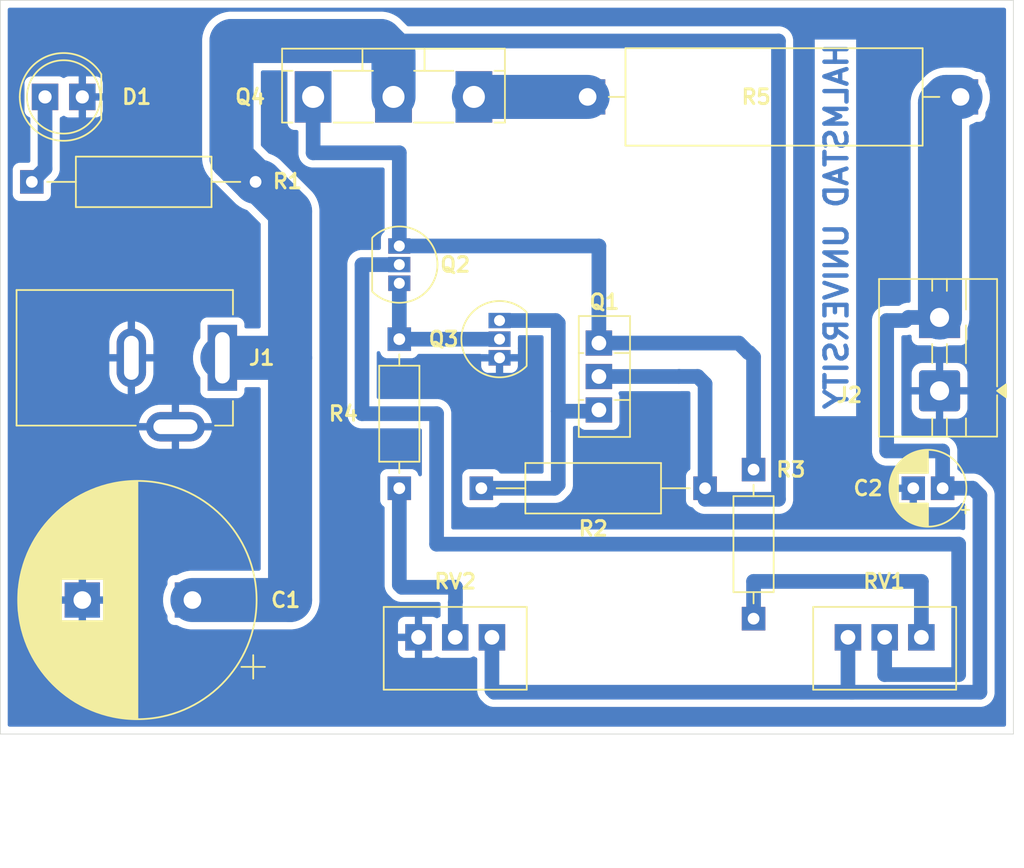
<source format=kicad_pcb>
(kicad_pcb (version 20241229) (generator "pcbnew") (generator_version "9.0")
  (layers (0 "F.Cu" signal) (2 "B.Cu" signal) (13 "F.Paste" user) (15 "B.Paste" user) (5 "F.SilkS" user "F.Silkscreen") (7 "B.SilkS" user "B.Silkscreen") (1 "F.Mask" user) (3 "B.Mask" user) (25 "Edge.Cuts" user))
  (net 0 "")
  (net 1 "+24V")
  (net 2 "GND")
  (net 3 "Net-(J2-Pin_2)")
  (net 4 "Net-(D1-A)")
  (net 5 "Net-(Q1-B)")
  (net 6 "Net-(Q1-E)")
  (net 7 "Net-(Q2-C)")
  (net 8 "Net-(Q2-B)")
  (net 9 "Net-(Q4-E)")
  (net 10 "Net-(R3-Pad2)")
  (net 11 "Net-(R4-Pad2)")
  (footprint "Potentiometer_THT:Potentiometer_Alps_RK09Y11_Single_Horizontal" (layer "F.Cu") (at 134.482755 105.41 90)
    (property "Reference" "RV2" (at 3.81 2.5 180) (layer "F.SilkS") (effects (font (thickness 0.2) (bold yes))))
    (property "Value" "10k")
    (pad "1" thru_hole rect (at 0 0 270) (size 1.8 1.8) (drill 1) (layers "*.Cu" "*.Mask") (net 2 "GND"))
    (pad "2" thru_hole rect (at 0 2.5 270) (size 1.8 1.8) (drill 1) (layers "*.Cu" "*.Mask") (net 11 "Net-(R4-Pad2)"))
    (pad "3" thru_hole rect (at 0 5 270) (size 1.8 1.8) (drill 1) (layers "*.Cu" "*.Mask") (net 3 "Net-(J2-Pin_2)"))
  )
  (footprint "Capacitor_THT:CP_Radial_D16.0mm_P7.50mm" (layer "F.Cu") (at 119.082755 102.87 180)
    (property "Reference" "C1" (at -6.35 0 0) (layer "F.SilkS") (effects (font (thickness 0.2) (bold yes))))
    (property "Value" "3300u")
    (pad "1" thru_hole rect (at 0 0 180) (size 2.4 2.4) (drill 1.2) (layers "*.Cu" "*.Mask") (net 1 "+24V"))
    (pad "2" thru_hole rect (at 7.5 0 180) (size 2.4 2.4) (drill 1.2) (layers "*.Cu" "*.Mask") (net 2 "GND"))
  )
  (footprint "Package_TO_SOT_THT:TO-92_Inline" (layer "F.Cu") (at 140 86.36 90)
    (property "Reference" "Q3" (at 1.27 -3.81 0) (layer "F.SilkS") (effects (font (thickness 0.2) (bold yes))))
    (property "Value" "PN2222A")
    (pad "1" thru_hole rect (at 0 0 90) (size 1.05 1.5) (drill 0.75) (layers "*.Cu" "*.Mask") (net 2 "GND"))
    (pad "2" thru_hole rect (at 1.27 0 90) (size 1.05 1.5) (drill 0.75) (layers "*.Cu" "*.Mask") (net 7 "Net-(Q2-C)"))
    (pad "3" thru_hole rect (at 2.54 0 90) (size 1.05 1.5) (drill 0.75) (layers "*.Cu" "*.Mask") (net 5 "Net-(Q1-B)"))
  )
  (footprint "LED_THT:LED_D5.0mm" (layer "F.Cu") (at 111.582755 68.58 180)
    (property "Reference" "D1" (at -3.7 0 0) (layer "F.SilkS") (effects (font (thickness 0.2) (bold yes))))
    (property "Value" "Green")
    (pad "1" thru_hole rect (at 0 0 180) (size 1.8 1.8) (drill 0.9) (layers "*.Cu" "*.Mask") (net 2 "GND"))
    (pad "2" thru_hole rect (at 2.54 0 180) (size 1.8 1.8) (drill 0.9) (layers "*.Cu" "*.Mask") (net 4 "Net-(D1-A)"))
  )
  (footprint "Connector_BarrelJack:BarrelJack_Kycon_KLDX-0202-xC_Horizontal" (layer "F.Cu") (at 121.122755 86.36)
    (property "Reference" "J1" (at 2.68 0 0) (layer "F.SilkS") (effects (font (thickness 0.2) (bold yes))))
    (property "Value" "Barrel_Jack_Switch")
    (pad "1" thru_hole rect (at 0 0) (size 2 4.5) (drill oval 1 3.5) (layers "*.Cu" "*.Mask") (net 1 "+24V"))
    (pad "2" thru_hole oval (at -6.2 0) (size 2 4) (drill oval 1 3) (layers "*.Cu" "*.Mask") (net 2 "GND"))
    (pad "3" thru_hole oval (at -3.2 4.7 90) (size 2 4) (drill oval 1 3) (layers "*.Cu" "*.Mask") (net 2 "GND"))
  )
  (footprint "Resistor_THT:R_Axial_DIN0309_L9.0mm_D3.2mm_P15.24mm_Horizontal" (layer "F.Cu") (at 123.382755 74.37 180)
    (property "Reference" "R1" (at -2.17 0.04 0) (layer "F.SilkS") (effects (font (thickness 0.2) (bold yes))))
    (property "Value" "2k2")
    (pad "1" thru_hole rect (at 0 0 180) (size 1.6 1.6) (drill 0.8) (layers "*.Cu" "*.Mask") (net 1 "+24V"))
    (pad "2" thru_hole rect (at 15.24 0 180) (size 1.6 1.6) (drill 0.8) (layers "*.Cu" "*.Mask") (net 4 "Net-(D1-A)"))
  )
  (footprint "Package_TO_SOT_THT:TO-126-3_Vertical" (layer "F.Cu") (at 146.767755 85.355 -90)
    (property "Reference" "Q1" (at -2.805 -0.375 0) (layer "F.SilkS") (effects (font (thickness 0.2) (bold yes))))
    (property "Value" "BD139")
    (pad "1" thru_hole rect (at 0 0 270) (size 1.71 1.8) (drill 1) (layers "*.Cu" "*.Mask") (net 6 "Net-(Q1-E)"))
    (pad "2" thru_hole rect (at 2.28 0 270) (size 1.71 1.8) (drill 1) (layers "*.Cu" "*.Mask") (net 1 "+24V"))
    (pad "3" thru_hole rect (at 4.56 0 270) (size 1.71 1.8) (drill 1) (layers "*.Cu" "*.Mask") (net 5 "Net-(Q1-B)"))
  )
  (footprint "Potentiometer_THT:Potentiometer_Alps_RK09Y11_Single_Horizontal" (layer "F.Cu") (at 163.732755 105.41 90)
    (property "Reference" "RV1" (at 3.81 2.46 180) (layer "F.SilkS") (effects (font (thickness 0.2) (bold yes))))
    (property "Value" "500R")
    (pad "1" thru_hole rect (at 0 0 270) (size 1.8 1.8) (drill 1) (layers "*.Cu" "*.Mask") (net 3 "Net-(J2-Pin_2)"))
    (pad "2" thru_hole rect (at 0 2.5 270) (size 1.8 1.8) (drill 1) (layers "*.Cu" "*.Mask") (net 8 "Net-(Q2-B)"))
    (pad "3" thru_hole rect (at 0 5 270) (size 1.8 1.8) (drill 1) (layers "*.Cu" "*.Mask") (net 10 "Net-(R3-Pad2)"))
  )
  (footprint "Package_TO_SOT_THT:TO-92_Inline" (layer "F.Cu") (at 133.172755 78.74 -90)
    (property "Reference" "Q2" (at 1.27 -3.81 180) (layer "F.SilkS") (effects (font (thickness 0.2) (bold yes))))
    (property "Value" "MPSA92")
    (pad "1" thru_hole rect (at 0 0 270) (size 1.05 1.5) (drill 0.75) (layers "*.Cu" "*.Mask") (net 6 "Net-(Q1-E)"))
    (pad "2" thru_hole rect (at 1.27 0 270) (size 1.05 1.5) (drill 0.75) (layers "*.Cu" "*.Mask") (net 8 "Net-(Q2-B)"))
    (pad "3" thru_hole rect (at 2.54 0 270) (size 1.05 1.5) (drill 0.75) (layers "*.Cu" "*.Mask") (net 7 "Net-(Q2-C)"))
  )
  (footprint "Resistor_THT:R_Axial_DIN0207_L6.3mm_D2.5mm_P10.16mm_Horizontal" (layer "F.Cu") (at 157.302755 93.98 -90)
    (property "Reference" "R3" (at 0 -2.54 180) (layer "F.SilkS") (effects (font (thickness 0.2) (bold yes))))
    (property "Value" "150R")
    (pad "1" thru_hole rect (at 0 0 270) (size 1.6 1.6) (drill 0.8) (layers "*.Cu" "*.Mask") (net 6 "Net-(Q1-E)"))
    (pad "2" thru_hole rect (at 10.16 0 270) (size 1.6 1.6) (drill 0.8) (layers "*.Cu" "*.Mask") (net 10 "Net-(R3-Pad2)"))
  )
  (footprint "Package_TO_SOT_THT:TO-218-3_Vertical" (layer "F.Cu") (at 127.302755 68.58)
    (property "Reference" "Q4" (at -4.29 0 0) (layer "F.SilkS") (effects (font (thickness 0.2) (bold yes))))
    (property "Value" "TIP3055")
    (pad "1" thru_hole rect (at 0 0) (size 2.5 3.5) (drill 1.5) (layers "*.Cu" "*.Mask") (net 6 "Net-(Q1-E)"))
    (pad "2" thru_hole rect (at 5.475 0) (size 2.5 3.5) (drill 1.5) (layers "*.Cu" "*.Mask") (net 1 "+24V"))
    (pad "3" thru_hole rect (at 10.95 0) (size 2.5 3.5) (drill 1.5) (layers "*.Cu" "*.Mask") (net 9 "Net-(Q4-E)"))
  )
  (footprint "TerminalBlock:TerminalBlock_MaiXu_MX126-5.0-02P_1x02_P5.00mm" (layer "F.Cu") (at 169.970255 88.61 90)
    (property "Reference" "J2" (at -0.29 -6.140255 180) (layer "F.SilkS") (effects (font (thickness 0.2) (bold yes))))
    (property "Value" "VOUT")
    (pad "1" thru_hole roundrect (at 0 0 90) (size 2.8 2.8) (drill 1.3) (layers "*.Cu" "*.Mask") (roundrect_rratio 0.089286) (net 2 "GND"))
    (pad "2" thru_hole rect (at 5 0 90) (size 2.8 2.8) (drill 1.3) (layers "*.Cu" "*.Mask") (net 3 "Net-(J2-Pin_2)"))
  )
  (footprint "Resistor_THT:R_Axial_DIN0309_L9.0mm_D3.2mm_P15.24mm_Horizontal" (layer "F.Cu") (at 154 95.25 180)
    (property "Reference" "R2" (at 7.62 -2.75 0) (layer "F.SilkS") (effects (font (thickness 0.2) (bold yes))))
    (property "Value" "2k2")
    (pad "1" thru_hole rect (at 0 0 180) (size 1.6 1.6) (drill 0.8) (layers "*.Cu" "*.Mask") (net 1 "+24V"))
    (pad "2" thru_hole rect (at 15.24 0 180) (size 1.6 1.6) (drill 0.8) (layers "*.Cu" "*.Mask") (net 5 "Net-(Q1-B)"))
  )
  (footprint "Resistor_THT:R_Axial_Power_L20.0mm_W6.4mm_P25.40mm" (layer "F.Cu") (at 146 68.58)
    (property "Reference" "R5" (at 11.48 0 0) (layer "F.SilkS") (effects (font (thickness 0.2) (bold yes))))
    (property "Value" "1R")
    (pad "1" thru_hole rect (at 0 0) (size 2.4 2.4) (drill 1.2) (layers "*.Cu" "*.Mask") (net 9 "Net-(Q4-E)"))
    (pad "2" thru_hole rect (at 25.4 0) (size 2.4 2.4) (drill 1.2) (layers "*.Cu" "*.Mask") (net 3 "Net-(J2-Pin_2)"))
  )
  (footprint "Resistor_THT:R_Axial_DIN0207_L6.3mm_D2.5mm_P10.16mm_Horizontal" (layer "F.Cu") (at 133.172755 85.09 -90)
    (property "Reference" "R4" (at 5.08 3.81 180) (layer "F.SilkS") (effects (font (thickness 0.2) (bold yes))))
    (property "Value" "330R")
    (pad "1" thru_hole rect (at 0 0 270) (size 1.6 1.6) (drill 0.8) (layers "*.Cu" "*.Mask") (net 7 "Net-(Q2-C)"))
    (pad "2" thru_hole rect (at 10.16 0 270) (size 1.6 1.6) (drill 0.8) (layers "*.Cu" "*.Mask") (net 11 "Net-(R4-Pad2)"))
  )
  (footprint "Capacitor_THT:CP_Radial_D5.0mm_P2.00mm" (layer "F.Cu") (at 170.18 95.25 180)
    (property "Reference" "C2" (at 5.08 0 180) (layer "F.SilkS") (effects (font (thickness 0.2) (bold yes))))
    (property "Value" "1u")
    (pad "1" thru_hole rect (at 0 0 180) (size 1.6 1.6) (drill 0.8) (layers "*.Cu" "*.Mask") (net 3 "Net-(J2-Pin_2)"))
    (pad "2" thru_hole rect (at 2 0 180) (size 1.6 1.6) (drill 0.8) (layers "*.Cu" "*.Mask") (net 2 "GND"))
  )
  (gr_line (start 106 62) (end 175 62) (stroke (width 0.05)) (layer "Edge.Cuts"))
  (gr_line (start 175 62) (end 175 112) (stroke (width 0.05)) (layer "Edge.Cuts"))
  (gr_line (start 175 112) (end 106 112) (stroke (width 0.05)) (layer "Edge.Cuts"))
  (gr_line (start 106 112) (end 106 62) (stroke (width 0.05)) (layer "Edge.Cuts"))
  (gr_text "HALMSTAD UNIVERSITY" (at 163.83 64.77 90) (layer "B.Cu") (effects (font (size 1.5 1.5) (thickness 0.3) (bold yes)) (justify left bottom mirror)))
  (segment (start 125.732755 102.87) (end 125.732755 86.36) (width 3) (layer "B.Cu") (net 1))
  (segment (start 125.732755 76.38) (end 123.722755 74.37) (width 3) (layer "B.Cu") (net 1))
  (segment (start 121.742755 72.73) (end 123.382755 74.37) (width 3) (layer "B.Cu") (net 1))
  (segment (start 159 64.77) (end 131.902755 64.77) (width 1) (layer "B.Cu") (net 1))
  (segment (start 121.122755 86.36) (end 125.732755 86.36) (width 3) (layer "B.Cu") (net 1))
  (segment (start 146.767755 87.635) (end 152.227755 87.635) (width 1) (layer "B.Cu") (net 1))
  (segment (start 152.232755 87.63) (end 153.492755 87.63) (width 1) (layer "B.Cu") (net 1))
  (segment (start 132.777755 65.645) (end 131.902755 64.77) (width 3) (layer "B.Cu") (net 1))
  (segment (start 152.227755 87.635) (end 152.232755 87.63) (width 1) (layer "B.Cu") (net 1))
  (segment (start 131.902755 64.77) (end 121.742755 64.77) (width 3) (layer "B.Cu") (net 1))
  (segment (start 121.742755 64.77) (end 121.742755 72.73) (width 3) (layer "B.Cu") (net 1))
  (segment (start 123.722755 74.37) (end 123.382755 74.37) (width 3) (layer "B.Cu") (net 1))
  (segment (start 154 95.25) (end 154 96) (width 1) (layer "B.Cu") (net 1))
  (segment (start 154 88.137245) (end 154 95.25) (width 1) (layer "B.Cu") (net 1))
  (segment (start 159 96) (end 159 64.77) (width 1) (layer "B.Cu") (net 1))
  (segment (start 125.732755 86.36) (end 125.732755 76.38) (width 3) (layer "B.Cu") (net 1))
  (segment (start 119.082755 102.87) (end 125.732755 102.87) (width 3) (layer "B.Cu") (net 1))
  (segment (start 154 96) (end 159 96) (width 1) (layer "B.Cu") (net 1))
  (segment (start 132.777755 68.58) (end 132.777755 65.645) (width 3) (layer "B.Cu") (net 1))
  (segment (start 153.492755 87.63) (end 154 88.137245) (width 1) (layer "B.Cu") (net 1))
  (segment (start 139.633755 109.151) (end 139.482755 109) (width 1) (layer "B.Cu") (net 3))
  (segment (start 164 109.151) (end 139.633755 109.151) (width 1) (layer "B.Cu") (net 3))
  (segment (start 170.42 68.58) (end 170 69) (width 3) (layer "B.Cu") (net 3))
  (segment (start 166.37 83.82) (end 167.64 83.82) (width 1) (layer "B.Cu") (net 3))
  (segment (start 172.72 109.151) (end 172.72 95.74249) (width 1) (layer "B.Cu") (net 3))
  (segment (start 139.482755 109) (end 139.482755 105.41) (width 1) (layer "B.Cu") (net 3))
  (segment (start 163.732755 105.41) (end 163.732755 108.883755) (width 1) (layer "B.Cu") (net 3))
  (segment (start 167.64 83.82) (end 167.85 83.61) (width 1) (layer "B.Cu") (net 3))
  (segment (start 163.732755 108.883755) (end 164 109.151) (width 1) (layer "B.Cu") (net 3))
  (segment (start 172.72 95.74249) (end 172.22751 95.25) (width 1) (layer "B.Cu") (net 3))
  (segment (start 167.85 83.61) (end 169.970255 83.61) (width 1) (layer "B.Cu") (net 3))
  (segment (start 166.37 92.71) (end 166.37 83.82) (width 1) (layer "B.Cu") (net 3))
  (segment (start 172.22751 95.25) (end 170.18 95.25) (width 1) (layer "B.Cu") (net 3))
  (segment (start 170 83.61) (end 169.970255 83.61) (width 3) (layer "B.Cu") (net 3))
  (segment (start 170.18 95.25) (end 170.18 92.71) (width 1) (layer "B.Cu") (net 3))
  (segment (start 164 109.151) (end 172.72 109.151) (width 1) (layer "B.Cu") (net 3))
  (segment (start 170 69) (end 170 83.61) (width 3) (layer "B.Cu") (net 3))
  (segment (start 171.4 68.58) (end 170.42 68.58) (width 3) (layer "B.Cu") (net 3))
  (segment (start 170.18 92.71) (end 166.37 92.71) (width 1) (layer "B.Cu") (net 3))
  (segment (start 109.042755 68.58) (end 109.042755 73.47) (width 1) (layer "B.Cu") (net 4))
  (segment (start 109.042755 73.47) (end 108.142755 74.37) (width 1) (layer "B.Cu") (net 4))
  (segment (start 144 95) (end 144 90) (width 1) (layer "B.Cu") (net 5))
  (segment (start 144 90) (end 146.682755 90) (width 1) (layer "B.Cu") (net 5))
  (segment (start 140 83.82) (end 143.82 83.82) (width 1) (layer "B.Cu") (net 5))
  (segment (start 143.82 83.82) (end 144 84) (width 1) (layer "B.Cu") (net 5))
  (segment (start 144 84) (end 144 90) (width 1) (layer "B.Cu") (net 5))
  (segment (start 143.75 95.25) (end 144 95) (width 1) (layer "B.Cu") (net 5))
  (segment (start 146.682755 90) (end 146.767755 89.915) (width 1) (layer "B.Cu") (net 5))
  (segment (start 138.76 95.25) (end 143.75 95.25) (width 1) (layer "B.Cu") (net 5))
  (segment (start 133.172755 78.74) (end 146.767755 78.74) (width 1) (layer "B.Cu") (net 6))
  (segment (start 156.942755 86) (end 157 86) (width 1) (layer "B.Cu") (net 6))
  (segment (start 127.302755 68.58) (end 127.302755 72.39) (width 1) (layer "B.Cu") (net 6))
  (segment (start 146.767755 85.355) (end 156.297755 85.355) (width 1) (layer "B.Cu") (net 6))
  (segment (start 146.767755 78.74) (end 146.767755 85.355) (width 1) (layer "B.Cu") (net 6))
  (segment (start 127.302755 72.39) (end 133.172755 72.39) (width 1) (layer "B.Cu") (net 6))
  (segment (start 133.172755 72.39) (end 133.172755 78.74) (width 1) (layer "B.Cu") (net 6))
  (segment (start 156.297755 85.355) (end 156.942755 86) (width 1) (layer "B.Cu") (net 6))
  (segment (start 157.302755 86.302755) (end 157.302755 93.98) (width 1) (layer "B.Cu") (net 6))
  (segment (start 157 86) (end 157.302755 86.302755) (width 1) (layer "B.Cu") (net 6))
  (segment (start 133.172755 81.28) (end 133.172755 85.09) (width 1) (layer "B.Cu") (net 7))
  (segment (start 133.172755 85.09) (end 140 85.09) (width 1) (layer "B.Cu") (net 7))
  (segment (start 166.232755 107.95) (end 171.272755 107.95) (width 1) (layer "B.Cu") (net 8))
  (segment (start 171.272755 107.95) (end 171.272755 99.06) (width 1) (layer "B.Cu") (net 8))
  (segment (start 130.632755 80.01) (end 133.172755 80.01) (width 1) (layer "B.Cu") (net 8))
  (segment (start 171.272755 99.06) (end 135.712755 99.06) (width 1) (layer "B.Cu") (net 8))
  (segment (start 130.632755 90.17) (end 130.632755 80.01) (width 1) (layer "B.Cu") (net 8))
  (segment (start 135.712755 90.17) (end 130.632755 90.17) (width 1) (layer "B.Cu") (net 8))
  (segment (start 135.712755 99.06) (end 135.712755 90.17) (width 1) (layer "B.Cu") (net 8))
  (segment (start 166.232755 105.41) (end 166.232755 107.95) (width 1) (layer "B.Cu") (net 8))
  (segment (start 138.252755 68.58) (end 146 68.58) (width 3) (layer "B.Cu") (net 9))
  (segment (start 168.732755 101.6) (end 168.732755 105.41) (width 1) (layer "B.Cu") (net 10))
  (segment (start 157.302755 101.6) (end 168.732755 101.6) (width 1) (layer "B.Cu") (net 10))
  (segment (start 157.302755 104.14) (end 157.302755 101.6) (width 1) (layer "B.Cu") (net 10))
  (segment (start 133.34551 102) (end 137 102) (width 1) (layer "B.Cu") (net 11))
  (segment (start 137 102) (end 137 103) (width 1) (layer "B.Cu") (net 11))
  (segment (start 136.982755 103.017245) (end 136.982755 105.41) (width 1) (layer "B.Cu") (net 11))
  (segment (start 133.172755 101.827245) (end 133.34551 102) (width 1) (layer "B.Cu") (net 11))
  (segment (start 137 103) (end 136.982755 103.017245) (width 1) (layer "B.Cu") (net 11))
  (segment (start 133.172755 95.25) (end 133.172755 101.827245) (width 1) (layer "B.Cu") (net 11))
  (zone (net 2) (net_name "GND") (layer "B.Cu") (connect_pads (clearance 0.5)) (min_thickness 0.25) (fill yes (thermal_gap 0.5) (thermal_bridge_width 0.5))
    (polygon (pts (xy 106 62) (xy 175 62) (xy 175 112) (xy 106 112)))
  )
)
</source>
